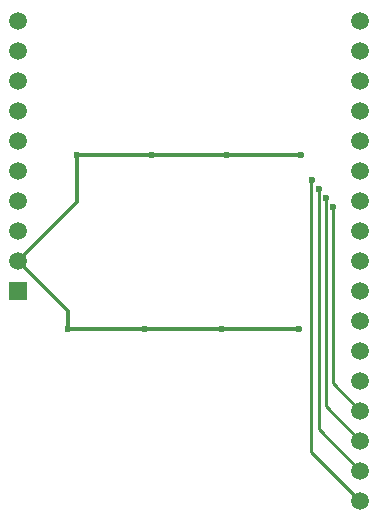
<source format=gbl>
G04*
G04 #@! TF.GenerationSoftware,Altium Limited,Altium Designer,20.0.11 (256)*
G04*
G04 Layer_Physical_Order=2*
G04 Layer_Color=16711680*
%FSLAX25Y25*%
%MOIN*%
G70*
G01*
G75*
%ADD12C,0.01000*%
%ADD23C,0.01200*%
%ADD25C,0.05906*%
%ADD26R,0.05906X0.05906*%
%ADD27C,0.02362*%
D12*
X103719Y22265D02*
X120079Y5906D01*
X103719Y22265D02*
Y112719D01*
X103800Y112800D01*
X106119Y29865D02*
X120079Y15905D01*
X106119Y29865D02*
Y109719D01*
X106200Y109800D01*
X108519Y37465D02*
X120079Y25905D01*
X108519Y37465D02*
Y106719D01*
X108600Y106800D01*
X111000Y44984D02*
X120079Y35906D01*
X111000Y44984D02*
Y103800D01*
D23*
X5906Y85905D02*
X25591Y105591D01*
Y120974D01*
X5906Y85905D02*
X22735Y69076D01*
Y63000D02*
Y69076D01*
X73916Y63000D02*
X99507D01*
X48326D02*
X73916D01*
X22735D02*
X48326D01*
X75459Y120974D02*
X100394D01*
X50525D02*
X75459D01*
X25591D02*
X50525D01*
D25*
X5906Y95906D02*
D03*
Y165905D02*
D03*
Y155905D02*
D03*
Y145905D02*
D03*
Y135906D02*
D03*
Y125906D02*
D03*
Y115905D02*
D03*
Y105905D02*
D03*
Y85905D02*
D03*
X120079Y165905D02*
D03*
Y5906D02*
D03*
Y15905D02*
D03*
Y25905D02*
D03*
Y35906D02*
D03*
Y45906D02*
D03*
Y55905D02*
D03*
Y65905D02*
D03*
Y75906D02*
D03*
Y85905D02*
D03*
Y95906D02*
D03*
Y105905D02*
D03*
Y115905D02*
D03*
Y125906D02*
D03*
Y135906D02*
D03*
Y145905D02*
D03*
Y155905D02*
D03*
D26*
X5906Y75906D02*
D03*
D27*
X25591Y120974D02*
D03*
X100394D02*
D03*
X75459D02*
D03*
X50525D02*
D03*
X22735Y63000D02*
D03*
X48326D02*
D03*
X73916D02*
D03*
X99507D02*
D03*
X111000Y103800D02*
D03*
X108600Y106800D02*
D03*
X106200Y109800D02*
D03*
X103800Y112800D02*
D03*
M02*

</source>
